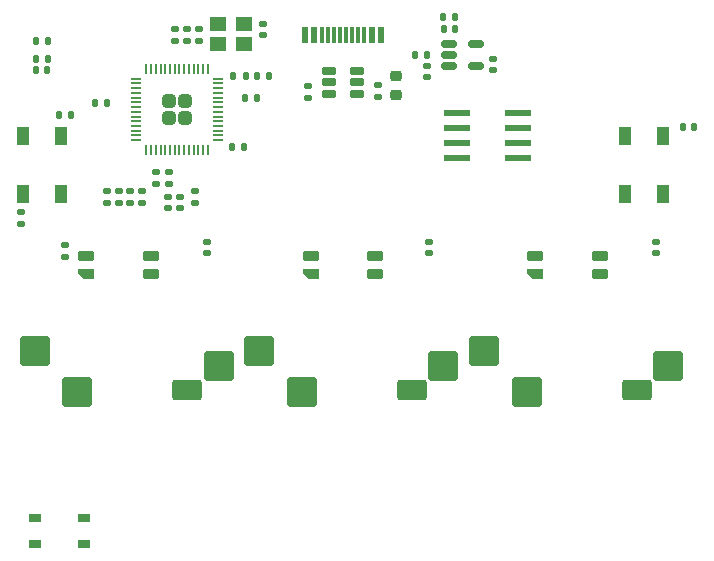
<source format=gbr>
%TF.GenerationSoftware,KiCad,Pcbnew,6.0.9+dfsg-1*%
%TF.CreationDate,2022-11-21T00:59:10-08:00*%
%TF.ProjectId,muon,6d756f6e-2e6b-4696-9361-645f70636258,v0.6*%
%TF.SameCoordinates,Original*%
%TF.FileFunction,Paste,Top*%
%TF.FilePolarity,Positive*%
%FSLAX45Y45*%
G04 Gerber Fmt 4.5, Leading zero omitted, Abs format (unit mm)*
G04 Created by KiCad (PCBNEW 6.0.9+dfsg-1) date 2022-11-21 00:59:10*
%MOMM*%
%LPD*%
G01*
G04 APERTURE LIST*
G04 Aperture macros list*
%AMRoundRect*
0 Rectangle with rounded corners*
0 $1 Rounding radius*
0 $2 $3 $4 $5 $6 $7 $8 $9 X,Y pos of 4 corners*
0 Add a 4 corners polygon primitive as box body*
4,1,4,$2,$3,$4,$5,$6,$7,$8,$9,$2,$3,0*
0 Add four circle primitives for the rounded corners*
1,1,$1+$1,$2,$3*
1,1,$1+$1,$4,$5*
1,1,$1+$1,$6,$7*
1,1,$1+$1,$8,$9*
0 Add four rect primitives between the rounded corners*
20,1,$1+$1,$2,$3,$4,$5,0*
20,1,$1+$1,$4,$5,$6,$7,0*
20,1,$1+$1,$6,$7,$8,$9,0*
20,1,$1+$1,$8,$9,$2,$3,0*%
%AMFreePoly0*
4,1,18,-0.410000,0.265000,0.000000,0.675000,0.328000,0.675000,0.359380,0.668758,0.385983,0.650983,0.403758,0.624380,0.410000,0.593000,0.410000,-0.593000,0.403758,-0.624380,0.385983,-0.650983,0.359380,-0.668758,0.328000,-0.675000,-0.328000,-0.675000,-0.359380,-0.668758,-0.385983,-0.650983,-0.403758,-0.624380,-0.410000,-0.593000,-0.410000,0.265000,-0.410000,0.265000,$1*%
G04 Aperture macros list end*
%ADD10RoundRect,0.147500X0.147500X0.172500X-0.147500X0.172500X-0.147500X-0.172500X0.147500X-0.172500X0*%
%ADD11RoundRect,0.140000X-0.170000X0.140000X-0.170000X-0.140000X0.170000X-0.140000X0.170000X0.140000X0*%
%ADD12RoundRect,0.135000X0.185000X-0.135000X0.185000X0.135000X-0.185000X0.135000X-0.185000X-0.135000X0*%
%ADD13RoundRect,0.140000X0.140000X0.170000X-0.140000X0.170000X-0.140000X-0.170000X0.140000X-0.170000X0*%
%ADD14RoundRect,0.082000X0.593000X-0.328000X0.593000X0.328000X-0.593000X0.328000X-0.593000X-0.328000X0*%
%ADD15FreePoly0,90.000000*%
%ADD16RoundRect,0.140000X0.170000X-0.140000X0.170000X0.140000X-0.170000X0.140000X-0.170000X-0.140000X0*%
%ADD17RoundRect,0.135000X-0.185000X0.135000X-0.185000X-0.135000X0.185000X-0.135000X0.185000X0.135000X0*%
%ADD18R,1.000000X1.500000*%
%ADD19R,0.600000X1.450000*%
%ADD20R,0.300000X1.450000*%
%ADD21RoundRect,0.150000X-0.512500X-0.150000X0.512500X-0.150000X0.512500X0.150000X-0.512500X0.150000X0*%
%ADD22R,2.200000X0.600000*%
%ADD23RoundRect,0.135000X0.135000X0.185000X-0.135000X0.185000X-0.135000X-0.185000X0.135000X-0.185000X0*%
%ADD24R,1.050000X0.650000*%
%ADD25RoundRect,0.218750X-0.256250X0.218750X-0.256250X-0.218750X0.256250X-0.218750X0.256250X0.218750X0*%
%ADD26RoundRect,0.135000X-0.135000X-0.185000X0.135000X-0.185000X0.135000X0.185000X-0.135000X0.185000X0*%
%ADD27R,1.400000X1.200000*%
%ADD28RoundRect,0.140000X-0.140000X-0.170000X0.140000X-0.170000X0.140000X0.170000X-0.140000X0.170000X0*%
%ADD29RoundRect,0.250000X0.315000X0.315000X-0.315000X0.315000X-0.315000X-0.315000X0.315000X-0.315000X0*%
%ADD30RoundRect,0.050000X0.387500X0.050000X-0.387500X0.050000X-0.387500X-0.050000X0.387500X-0.050000X0*%
%ADD31RoundRect,0.050000X0.050000X0.387500X-0.050000X0.387500X-0.050000X-0.387500X0.050000X-0.387500X0*%
%ADD32RoundRect,0.150000X0.475000X0.150000X-0.475000X0.150000X-0.475000X-0.150000X0.475000X-0.150000X0*%
%ADD33RoundRect,0.250000X-1.025000X-1.000000X1.025000X-1.000000X1.025000X1.000000X-1.025000X1.000000X0*%
%ADD34RoundRect,0.250000X-1.000000X-0.625000X1.000000X-0.625000X1.000000X0.625000X-1.000000X0.625000X0*%
G04 APERTURE END LIST*
D10*
%TO.C,F1*%
X16059750Y-5920000D03*
X15962750Y-5920000D03*
%TD*%
D11*
%TO.C,C16*%
X13450000Y-7072000D03*
X13450000Y-7168000D03*
%TD*%
D12*
%TO.C,R3*%
X15050000Y-6281000D03*
X15050000Y-6179000D03*
%TD*%
D11*
%TO.C,C1*%
X14130000Y-5702000D03*
X14130000Y-5798000D03*
%TD*%
%TO.C,C17*%
X13970000Y-7122000D03*
X13970000Y-7218000D03*
%TD*%
D13*
%TO.C,C14*%
X13348000Y-6325000D03*
X13252000Y-6325000D03*
%TD*%
D14*
%TO.C,LED2*%
X15622500Y-7625000D03*
X15622500Y-7775000D03*
X15077500Y-7625000D03*
D15*
X15077500Y-7775000D03*
%TD*%
D16*
%TO.C,C13*%
X14030000Y-5798000D03*
X14030000Y-5702000D03*
%TD*%
D11*
%TO.C,C18*%
X13870000Y-7122000D03*
X13870000Y-7218000D03*
%TD*%
D13*
%TO.C,C21*%
X12848000Y-6050000D03*
X12752000Y-6050000D03*
%TD*%
D17*
%TO.C,R7*%
X13880000Y-6909000D03*
X13880000Y-7011000D03*
%TD*%
D11*
%TO.C,C6*%
X14200000Y-7500000D03*
X14200000Y-7596000D03*
%TD*%
D18*
%TO.C,D2*%
X18060000Y-6605000D03*
X17740000Y-6605000D03*
X17740000Y-7095000D03*
X18060000Y-7095000D03*
%TD*%
D19*
%TO.C,J2*%
X15675000Y-5748500D03*
X15595000Y-5748500D03*
D20*
X15475000Y-5748500D03*
X15375000Y-5748500D03*
X15325000Y-5748500D03*
X15225000Y-5748500D03*
D19*
X15105000Y-5748500D03*
X15025000Y-5748500D03*
X15025000Y-5748500D03*
X15105000Y-5748500D03*
D20*
X15175000Y-5748500D03*
X15275000Y-5748500D03*
X15425000Y-5748500D03*
X15525000Y-5748500D03*
D19*
X15595000Y-5748500D03*
X15675000Y-5748500D03*
%TD*%
D10*
%TO.C,D3*%
X14722000Y-6100000D03*
X14625000Y-6100000D03*
%TD*%
D21*
%TO.C,U2*%
X16247500Y-5825000D03*
X16247500Y-5920000D03*
X16247500Y-6015000D03*
X16475000Y-6015000D03*
X16475000Y-5825000D03*
%TD*%
D11*
%TO.C,C12*%
X13650000Y-7072000D03*
X13650000Y-7168000D03*
%TD*%
D13*
%TO.C,C23*%
X16298000Y-5700000D03*
X16202000Y-5700000D03*
%TD*%
D22*
%TO.C,U4*%
X16315000Y-6409500D03*
X16315000Y-6536500D03*
X16315000Y-6663500D03*
X16315000Y-6790500D03*
X16835000Y-6790500D03*
X16835000Y-6663500D03*
X16835000Y-6536500D03*
X16835000Y-6409500D03*
%TD*%
D23*
%TO.C,R9*%
X14524500Y-6100000D03*
X14422500Y-6100000D03*
%TD*%
D24*
%TO.C,SW3*%
X13157500Y-9842500D03*
X12742500Y-9842500D03*
X12742500Y-10057500D03*
X13157500Y-10057500D03*
%TD*%
D12*
%TO.C,R4*%
X15650000Y-6276000D03*
X15650000Y-6174000D03*
%TD*%
D25*
%TO.C,FB1*%
X15800000Y-6096250D03*
X15800000Y-6253750D03*
%TD*%
D17*
%TO.C,R6*%
X13770000Y-6909000D03*
X13770000Y-7011000D03*
%TD*%
D11*
%TO.C,C11*%
X14100000Y-7072000D03*
X14100000Y-7168000D03*
%TD*%
D14*
%TO.C,LED1*%
X13722500Y-7625000D03*
X13722500Y-7775000D03*
X13177500Y-7625000D03*
D15*
X13177500Y-7775000D03*
%TD*%
D13*
%TO.C,C4*%
X14618000Y-6280000D03*
X14522000Y-6280000D03*
%TD*%
D11*
%TO.C,C15*%
X13350000Y-7072000D03*
X13350000Y-7168000D03*
%TD*%
D26*
%TO.C,R1*%
X12749000Y-5800000D03*
X12851000Y-5800000D03*
%TD*%
D11*
%TO.C,C2*%
X16061250Y-6012000D03*
X16061250Y-6108000D03*
%TD*%
D18*
%TO.C,D1*%
X12640000Y-7095000D03*
X12960000Y-7095000D03*
X12960000Y-6605000D03*
X12640000Y-6605000D03*
%TD*%
D11*
%TO.C,C7*%
X12625000Y-7252000D03*
X12625000Y-7348000D03*
%TD*%
D16*
%TO.C,C10*%
X13930000Y-5798000D03*
X13930000Y-5702000D03*
%TD*%
D11*
%TO.C,C20*%
X13550000Y-7072000D03*
X13550000Y-7168000D03*
%TD*%
D23*
%TO.C,R8*%
X12851000Y-5950000D03*
X12749000Y-5950000D03*
%TD*%
%TO.C,R10*%
X16300000Y-5600000D03*
X16198000Y-5600000D03*
%TD*%
D27*
%TO.C,Y1*%
X14294951Y-5826251D03*
X14514951Y-5826251D03*
X14514951Y-5656251D03*
X14294951Y-5656251D03*
%TD*%
D28*
%TO.C,C19*%
X14412000Y-6700000D03*
X14508000Y-6700000D03*
%TD*%
D16*
%TO.C,C5*%
X14669951Y-5749251D03*
X14669951Y-5653251D03*
%TD*%
D11*
%TO.C,C8*%
X18000000Y-7502000D03*
X18000000Y-7598000D03*
%TD*%
D14*
%TO.C,LED3*%
X17522500Y-7625000D03*
X17522500Y-7775000D03*
X16977500Y-7625000D03*
D15*
X16977500Y-7775000D03*
%TD*%
D28*
%TO.C,C9*%
X18227000Y-6525000D03*
X18323000Y-6525000D03*
%TD*%
D11*
%TO.C,C3*%
X16621250Y-5952000D03*
X16621250Y-6048000D03*
%TD*%
D17*
%TO.C,R2*%
X13000000Y-7524000D03*
X13000000Y-7626000D03*
%TD*%
D29*
%TO.C,U3*%
X13875000Y-6450000D03*
X14015000Y-6450000D03*
X13875000Y-6310000D03*
X14015000Y-6310000D03*
D30*
X14288750Y-6640000D03*
X14288750Y-6600000D03*
X14288750Y-6560000D03*
X14288750Y-6520000D03*
X14288750Y-6480000D03*
X14288750Y-6440000D03*
X14288750Y-6400000D03*
X14288750Y-6360000D03*
X14288750Y-6320000D03*
X14288750Y-6280000D03*
X14288750Y-6240000D03*
X14288750Y-6200000D03*
X14288750Y-6160000D03*
X14288750Y-6120000D03*
D31*
X14205000Y-6036250D03*
X14165000Y-6036250D03*
X14125000Y-6036250D03*
X14085000Y-6036250D03*
X14045000Y-6036250D03*
X14005000Y-6036250D03*
X13965000Y-6036250D03*
X13925000Y-6036250D03*
X13885000Y-6036250D03*
X13845000Y-6036250D03*
X13805000Y-6036250D03*
X13765000Y-6036250D03*
X13725000Y-6036250D03*
X13685000Y-6036250D03*
D30*
X13601250Y-6120000D03*
X13601250Y-6160000D03*
X13601250Y-6200000D03*
X13601250Y-6240000D03*
X13601250Y-6280000D03*
X13601250Y-6320000D03*
X13601250Y-6360000D03*
X13601250Y-6400000D03*
X13601250Y-6440000D03*
X13601250Y-6480000D03*
X13601250Y-6520000D03*
X13601250Y-6560000D03*
X13601250Y-6600000D03*
X13601250Y-6640000D03*
D31*
X13685000Y-6723750D03*
X13725000Y-6723750D03*
X13765000Y-6723750D03*
X13805000Y-6723750D03*
X13845000Y-6723750D03*
X13885000Y-6723750D03*
X13925000Y-6723750D03*
X13965000Y-6723750D03*
X14005000Y-6723750D03*
X14045000Y-6723750D03*
X14085000Y-6723750D03*
X14125000Y-6723750D03*
X14165000Y-6723750D03*
X14205000Y-6723750D03*
%TD*%
D11*
%TO.C,C22*%
X16075000Y-7502000D03*
X16075000Y-7598000D03*
%TD*%
D23*
%TO.C,R5*%
X13051000Y-6425000D03*
X12949000Y-6425000D03*
%TD*%
D32*
%TO.C,U1*%
X15467500Y-6245000D03*
X15467500Y-6150000D03*
X15467500Y-6055000D03*
X15232500Y-6055000D03*
X15232500Y-6150000D03*
X15232500Y-6245000D03*
%TD*%
D33*
%TO.C,SW2*%
X15000000Y-8775000D03*
X14641500Y-8429000D03*
D34*
X15930000Y-8755000D03*
D33*
X16200000Y-8555000D03*
%TD*%
%TO.C,SW7*%
X16905000Y-8775000D03*
X16546500Y-8429000D03*
D34*
X17835000Y-8755000D03*
D33*
X18105000Y-8555000D03*
%TD*%
%TO.C,SW1*%
X12741500Y-8429000D03*
X13100000Y-8775000D03*
D34*
X14030000Y-8755000D03*
D33*
X14300000Y-8555000D03*
%TD*%
M02*

</source>
